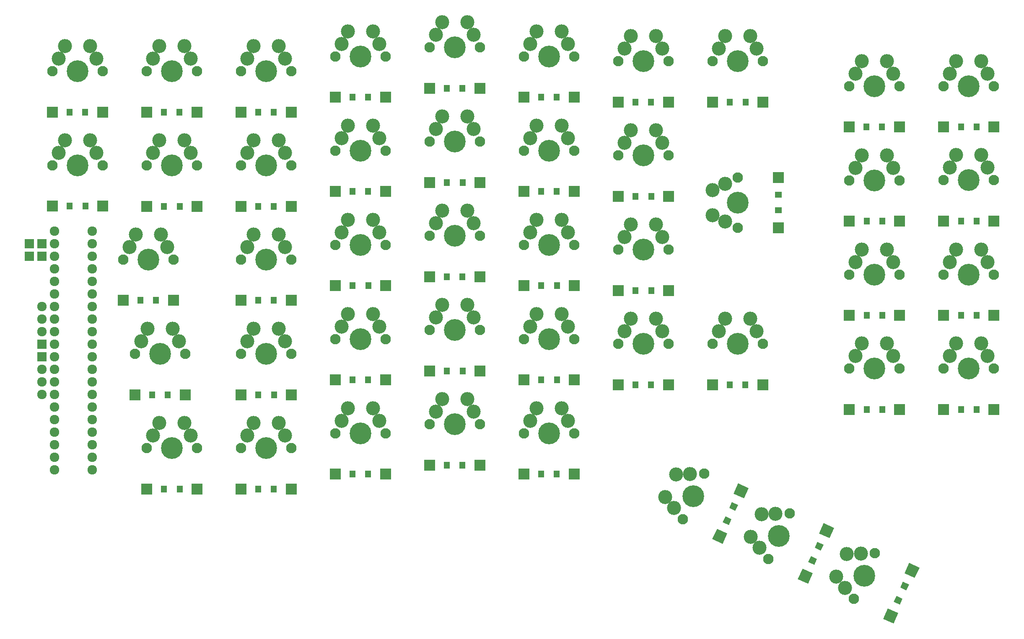
<source format=gbs>
G04 This is an RS-274x file exported by *
G04 gerbv version 2.6.0 *
G04 More information is available about gerbv at *
G04 http://gerbv.gpleda.org/ *
G04 --End of header info--*
%MOIN*%
%FSLAX34Y34*%
%IPPOS*%
G04 --Define apertures--*
%ADD10C,0.0039*%
%ADD11R,0.0512X0.0531*%
%ADD12C,0.0827*%
%ADD13R,0.0906X0.0906*%
%ADD14C,0.1117*%
%ADD15C,0.1732*%
%ADD16C,0.0757*%
%ADD17R,0.0757X0.0757*%
%ADD18R,0.0531X0.0512*%
G04 --Start main section--*
G54D11*
G01X0030667Y-040510D03*
G54D12*
G01X0028047Y-037260D03*
G54D13*
G01X0032047Y-040510D03*
G54D14*
G01X0028547Y-036260D03*
G01X0031047Y-035260D03*
G01X0029047Y-035260D03*
G01X0031547Y-036260D03*
G54D15*
G01X0030047Y-037260D03*
G54D13*
G01X0028047Y-040510D03*
G54D12*
G01X0032047Y-037260D03*
G54D11*
G01X0029427Y-040510D03*
G54D16*
G01X0016200Y-033500D03*
G01X0016200Y-034500D03*
G01X0016200Y-035500D03*
G01X0016200Y-036500D03*
G01X0016200Y-040500D03*
G01X0016200Y-039500D03*
G01X0016200Y-038500D03*
G01X0016200Y-037500D03*
G01X0016200Y-032500D03*
G01X0016200Y-031500D03*
G01X0016200Y-030500D03*
G01X0016200Y-029500D03*
G01X0016200Y-028500D03*
G01X0016200Y-027500D03*
G01X0013200Y-027500D03*
G01X0013200Y-028500D03*
G01X0013200Y-029500D03*
G01X0013200Y-030500D03*
G01X0013200Y-031500D03*
G01X0013200Y-032500D03*
G01X0013200Y-033500D03*
G01X0013200Y-034500D03*
G01X0013200Y-035500D03*
G01X0013200Y-036500D03*
G01X0013200Y-037500D03*
G01X0013200Y-038500D03*
G01X0013200Y-039500D03*
G01X0013200Y-040500D03*
G01X0012200Y-038500D03*
G54D17*
G01X0012200Y-037500D03*
G54D16*
G01X0012200Y-039500D03*
G01X0012200Y-040500D03*
G01X0012200Y-035500D03*
G54D17*
G01X0012200Y-036500D03*
G54D16*
G01X0012200Y-034500D03*
G01X0012200Y-033500D03*
G54D11*
G01X0015663Y-018010D03*
G54D12*
G01X0013043Y-014760D03*
G54D13*
G01X0017043Y-018010D03*
G54D14*
G01X0013543Y-013760D03*
G01X0016043Y-012760D03*
G01X0014043Y-012760D03*
G01X0016543Y-013760D03*
G54D15*
G01X0015043Y-014760D03*
G54D13*
G01X0013043Y-018010D03*
G54D12*
G01X0017043Y-014760D03*
G54D11*
G01X0014423Y-018010D03*
G54D10*
G36*
G01X0080958Y-056097D02*
G01X0080477Y-055872D01*
G01X0080693Y-055408D01*
G01X0081175Y-055633D01*
G01X0080958Y-056097D01*
G01X0080958Y-056097D01*
G37*
G54D12*
G01X0076773Y-056754D03*
G54D10*
G36*
G01X0081628Y-055104D02*
G01X0080807Y-054721D01*
G01X0081190Y-053900D01*
G01X0082011Y-054283D01*
G01X0081628Y-055104D01*
G01X0081628Y-055104D01*
G37*
G54D14*
G01X0076078Y-055878D03*
G01X0076228Y-053189D03*
G01X0075383Y-055002D03*
G01X0077346Y-053159D03*
G54D15*
G01X0077618Y-054941D03*
G54D10*
G36*
G01X0079937Y-058729D02*
G01X0079117Y-058346D01*
G01X0079499Y-057525D01*
G01X0080320Y-057908D01*
G01X0079937Y-058729D01*
G01X0079937Y-058729D01*
G37*
G54D12*
G01X0078463Y-053128D03*
G54D10*
G36*
G01X0080434Y-057221D02*
G01X0079953Y-056996D01*
G01X0080169Y-056532D01*
G01X0080651Y-056757D01*
G01X0080434Y-057221D01*
G01X0080434Y-057221D01*
G37*
G54D11*
G01X0086543Y-041689D03*
G54D12*
G01X0083923Y-038439D03*
G54D13*
G01X0087923Y-041689D03*
G54D14*
G01X0084423Y-037439D03*
G01X0086923Y-036439D03*
G01X0084923Y-036439D03*
G01X0087423Y-037439D03*
G54D15*
G01X0085923Y-038439D03*
G54D13*
G01X0083923Y-041689D03*
G54D12*
G01X0087923Y-038439D03*
G54D11*
G01X0085303Y-041689D03*
G01X0086545Y-034195D03*
G54D12*
G01X0083925Y-030945D03*
G54D13*
G01X0087925Y-034195D03*
G54D14*
G01X0084425Y-029945D03*
G01X0086925Y-028945D03*
G01X0084925Y-028945D03*
G01X0087425Y-029945D03*
G54D15*
G01X0085925Y-030945D03*
G54D13*
G01X0083925Y-034195D03*
G54D12*
G01X0087925Y-030945D03*
G54D11*
G01X0085305Y-034195D03*
G01X0086543Y-026689D03*
G54D12*
G01X0083923Y-023439D03*
G54D13*
G01X0087923Y-026689D03*
G54D14*
G01X0084423Y-022439D03*
G01X0086923Y-021439D03*
G01X0084923Y-021439D03*
G01X0087423Y-022439D03*
G54D15*
G01X0085923Y-023439D03*
G54D13*
G01X0083923Y-026689D03*
G54D12*
G01X0087923Y-023439D03*
G54D11*
G01X0085303Y-026689D03*
G01X0086545Y-019195D03*
G54D12*
G01X0083925Y-015945D03*
G54D13*
G01X0087925Y-019195D03*
G54D14*
G01X0084425Y-014945D03*
G01X0086925Y-013945D03*
G01X0084925Y-013945D03*
G01X0087425Y-014945D03*
G54D15*
G01X0085925Y-015945D03*
G54D13*
G01X0083925Y-019195D03*
G54D12*
G01X0087925Y-015945D03*
G54D11*
G01X0085305Y-019195D03*
G54D10*
G36*
G01X0074163Y-052927D02*
G01X0073681Y-052703D01*
G01X0073898Y-052239D01*
G01X0074379Y-052464D01*
G01X0074163Y-052927D01*
G01X0074163Y-052927D01*
G37*
G54D12*
G01X0069978Y-053584D03*
G54D10*
G36*
G01X0074833Y-051934D02*
G01X0074012Y-051552D01*
G01X0074395Y-050731D01*
G01X0075215Y-051114D01*
G01X0074833Y-051934D01*
G01X0074833Y-051934D01*
G37*
G54D14*
G01X0069283Y-052708D03*
G01X0069433Y-050020D03*
G01X0068588Y-051833D03*
G01X0070550Y-049990D03*
G54D15*
G01X0070823Y-051772D03*
G54D10*
G36*
G01X0073142Y-055559D02*
G01X0072321Y-055177D01*
G01X0072704Y-054356D01*
G01X0073525Y-054739D01*
G01X0073142Y-055559D01*
G01X0073142Y-055559D01*
G37*
G54D12*
G01X0071668Y-049959D03*
G54D10*
G36*
G01X0073639Y-054051D02*
G01X0073157Y-053827D01*
G01X0073374Y-053363D01*
G01X0073855Y-053588D01*
G01X0073639Y-054051D01*
G01X0073639Y-054051D01*
G37*
G54D11*
G01X0079046Y-041692D03*
G54D12*
G01X0076426Y-038442D03*
G54D13*
G01X0080426Y-041692D03*
G54D14*
G01X0076926Y-037442D03*
G01X0079426Y-036442D03*
G01X0077426Y-036442D03*
G01X0079926Y-037442D03*
G54D15*
G01X0078426Y-038442D03*
G54D13*
G01X0076426Y-041692D03*
G54D12*
G01X0080426Y-038442D03*
G54D11*
G01X0077806Y-041692D03*
G01X0079045Y-034195D03*
G54D12*
G01X0076425Y-030945D03*
G54D13*
G01X0080425Y-034195D03*
G54D14*
G01X0076925Y-029945D03*
G01X0079425Y-028945D03*
G01X0077425Y-028945D03*
G01X0079925Y-029945D03*
G54D15*
G01X0078425Y-030945D03*
G54D13*
G01X0076425Y-034195D03*
G54D12*
G01X0080425Y-030945D03*
G54D11*
G01X0077805Y-034195D03*
G01X0079045Y-026695D03*
G54D12*
G01X0076425Y-023445D03*
G54D13*
G01X0080425Y-026695D03*
G54D14*
G01X0076925Y-022445D03*
G01X0079425Y-021445D03*
G01X0077425Y-021445D03*
G01X0079925Y-022445D03*
G54D15*
G01X0078425Y-023445D03*
G54D13*
G01X0076425Y-026695D03*
G54D12*
G01X0080425Y-023445D03*
G54D11*
G01X0077805Y-026695D03*
G01X0079026Y-019195D03*
G54D12*
G01X0076406Y-015945D03*
G54D13*
G01X0080406Y-019195D03*
G54D14*
G01X0076906Y-014945D03*
G01X0079406Y-013945D03*
G01X0077406Y-013945D03*
G01X0079906Y-014945D03*
G54D15*
G01X0078406Y-015945D03*
G54D13*
G01X0076406Y-019195D03*
G54D12*
G01X0080406Y-015945D03*
G54D11*
G01X0077785Y-019195D03*
G01X0068163Y-039722D03*
G54D12*
G01X0065543Y-036472D03*
G54D13*
G01X0069543Y-039722D03*
G54D14*
G01X0066043Y-035472D03*
G01X0068543Y-034472D03*
G01X0066543Y-034472D03*
G01X0069043Y-035472D03*
G54D15*
G01X0067543Y-036472D03*
G54D13*
G01X0065543Y-039722D03*
G54D12*
G01X0069543Y-036472D03*
G54D11*
G01X0066923Y-039722D03*
G54D18*
G01X0070795Y-024601D03*
G54D12*
G01X0067545Y-027221D03*
G54D13*
G01X0070795Y-023221D03*
G54D14*
G01X0066545Y-026721D03*
G01X0065545Y-024221D03*
G01X0065545Y-026221D03*
G01X0066545Y-023721D03*
G54D15*
G01X0067545Y-025221D03*
G54D13*
G01X0070795Y-027221D03*
G54D12*
G01X0067545Y-023221D03*
G54D18*
G01X0070795Y-025841D03*
G54D11*
G01X0068167Y-017222D03*
G54D12*
G01X0065547Y-013972D03*
G54D13*
G01X0069547Y-017222D03*
G54D14*
G01X0066047Y-012972D03*
G01X0068547Y-011972D03*
G01X0066547Y-011972D03*
G01X0069047Y-012972D03*
G54D15*
G01X0067547Y-013972D03*
G54D13*
G01X0065547Y-017222D03*
G54D12*
G01X0069547Y-013972D03*
G54D11*
G01X0066927Y-017222D03*
G01X0060663Y-039722D03*
G54D12*
G01X0058043Y-036472D03*
G54D13*
G01X0062043Y-039722D03*
G54D14*
G01X0058543Y-035472D03*
G01X0061043Y-034472D03*
G01X0059043Y-034472D03*
G01X0061543Y-035472D03*
G54D15*
G01X0060043Y-036472D03*
G54D13*
G01X0058043Y-039722D03*
G54D12*
G01X0062043Y-036472D03*
G54D11*
G01X0059423Y-039722D03*
G01X0060666Y-032222D03*
G54D12*
G01X0058046Y-028972D03*
G54D13*
G01X0062046Y-032222D03*
G54D14*
G01X0058546Y-027972D03*
G01X0061046Y-026972D03*
G01X0059046Y-026972D03*
G01X0061546Y-027972D03*
G54D15*
G01X0060046Y-028972D03*
G54D13*
G01X0058046Y-032222D03*
G54D12*
G01X0062046Y-028972D03*
G54D11*
G01X0059426Y-032222D03*
G01X0060668Y-024721D03*
G54D12*
G01X0058048Y-021471D03*
G54D13*
G01X0062048Y-024721D03*
G54D14*
G01X0058548Y-020471D03*
G01X0061048Y-019471D03*
G01X0059048Y-019471D03*
G01X0061548Y-020471D03*
G54D15*
G01X0060048Y-021471D03*
G54D13*
G01X0058048Y-024721D03*
G54D12*
G01X0062048Y-021471D03*
G54D11*
G01X0059428Y-024721D03*
G01X0060659Y-017226D03*
G54D12*
G01X0058039Y-013976D03*
G54D13*
G01X0062039Y-017226D03*
G54D14*
G01X0058539Y-012976D03*
G01X0061039Y-011976D03*
G01X0059039Y-011976D03*
G01X0061539Y-012976D03*
G54D15*
G01X0060039Y-013976D03*
G54D13*
G01X0058039Y-017226D03*
G54D12*
G01X0062039Y-013976D03*
G54D11*
G01X0059419Y-017226D03*
G01X0053163Y-046829D03*
G54D12*
G01X0050543Y-043579D03*
G54D13*
G01X0054543Y-046829D03*
G54D14*
G01X0051043Y-042579D03*
G01X0053543Y-041579D03*
G01X0051543Y-041579D03*
G01X0054043Y-042579D03*
G54D15*
G01X0052543Y-043579D03*
G54D13*
G01X0050543Y-046829D03*
G54D12*
G01X0054543Y-043579D03*
G54D11*
G01X0051923Y-046829D03*
G01X0053167Y-039329D03*
G54D12*
G01X0050547Y-036079D03*
G54D13*
G01X0054547Y-039329D03*
G54D14*
G01X0051047Y-035079D03*
G01X0053547Y-034079D03*
G01X0051547Y-034079D03*
G01X0054047Y-035079D03*
G54D15*
G01X0052547Y-036079D03*
G54D13*
G01X0050547Y-039329D03*
G54D12*
G01X0054547Y-036079D03*
G54D11*
G01X0051927Y-039329D03*
G01X0053167Y-031830D03*
G54D12*
G01X0050547Y-028580D03*
G54D13*
G01X0054547Y-031830D03*
G54D14*
G01X0051047Y-027580D03*
G01X0053547Y-026580D03*
G01X0051547Y-026580D03*
G01X0054047Y-027580D03*
G54D15*
G01X0052547Y-028580D03*
G54D13*
G01X0050547Y-031830D03*
G54D12*
G01X0054547Y-028580D03*
G54D11*
G01X0051927Y-031830D03*
G01X0053163Y-024329D03*
G54D12*
G01X0050543Y-021079D03*
G54D13*
G01X0054543Y-024329D03*
G54D14*
G01X0051043Y-020079D03*
G01X0053543Y-019079D03*
G01X0051543Y-019079D03*
G01X0054043Y-020079D03*
G54D15*
G01X0052543Y-021079D03*
G54D13*
G01X0050543Y-024329D03*
G54D12*
G01X0054543Y-021079D03*
G54D11*
G01X0051923Y-024329D03*
G01X0053163Y-016829D03*
G54D12*
G01X0050543Y-013579D03*
G54D13*
G01X0054543Y-016829D03*
G54D14*
G01X0051043Y-012579D03*
G01X0053543Y-011579D03*
G01X0051543Y-011579D03*
G01X0054043Y-012579D03*
G54D15*
G01X0052543Y-013579D03*
G54D13*
G01X0050543Y-016829D03*
G54D12*
G01X0054543Y-013579D03*
G54D11*
G01X0051923Y-016829D03*
G01X0045663Y-046120D03*
G54D12*
G01X0043043Y-042870D03*
G54D13*
G01X0047043Y-046120D03*
G54D14*
G01X0043543Y-041870D03*
G01X0046043Y-040870D03*
G01X0044043Y-040870D03*
G01X0046543Y-041870D03*
G54D15*
G01X0045043Y-042870D03*
G54D13*
G01X0043043Y-046120D03*
G54D12*
G01X0047043Y-042870D03*
G54D11*
G01X0044423Y-046120D03*
G01X0045667Y-038620D03*
G54D12*
G01X0043047Y-035370D03*
G54D13*
G01X0047047Y-038620D03*
G54D14*
G01X0043547Y-034370D03*
G01X0046047Y-033370D03*
G01X0044047Y-033370D03*
G01X0046547Y-034370D03*
G54D15*
G01X0045047Y-035370D03*
G54D13*
G01X0043047Y-038620D03*
G54D12*
G01X0047047Y-035370D03*
G54D11*
G01X0044427Y-038620D03*
G01X0045663Y-031120D03*
G54D12*
G01X0043043Y-027870D03*
G54D13*
G01X0047043Y-031120D03*
G54D14*
G01X0043543Y-026870D03*
G01X0046043Y-025870D03*
G01X0044043Y-025870D03*
G01X0046543Y-026870D03*
G54D15*
G01X0045043Y-027870D03*
G54D13*
G01X0043043Y-031120D03*
G54D12*
G01X0047043Y-027870D03*
G54D11*
G01X0044423Y-031120D03*
G01X0045667Y-023620D03*
G54D12*
G01X0043047Y-020370D03*
G54D13*
G01X0047047Y-023620D03*
G54D14*
G01X0043547Y-019370D03*
G01X0046047Y-018370D03*
G01X0044047Y-018370D03*
G01X0046547Y-019370D03*
G54D15*
G01X0045047Y-020370D03*
G54D13*
G01X0043047Y-023620D03*
G54D12*
G01X0047047Y-020370D03*
G54D11*
G01X0044427Y-023620D03*
G01X0045663Y-016120D03*
G54D12*
G01X0043043Y-012870D03*
G54D13*
G01X0047043Y-016120D03*
G54D14*
G01X0043543Y-011870D03*
G01X0046043Y-010870D03*
G01X0044043Y-010870D03*
G01X0046543Y-011870D03*
G54D15*
G01X0045043Y-012870D03*
G54D13*
G01X0043043Y-016120D03*
G54D12*
G01X0047043Y-012870D03*
G54D11*
G01X0044423Y-016120D03*
G01X0038163Y-046829D03*
G54D12*
G01X0035543Y-043579D03*
G54D13*
G01X0039543Y-046829D03*
G54D14*
G01X0036043Y-042579D03*
G01X0038543Y-041579D03*
G01X0036543Y-041579D03*
G01X0039043Y-042579D03*
G54D15*
G01X0037543Y-043579D03*
G54D13*
G01X0035543Y-046829D03*
G54D12*
G01X0039543Y-043579D03*
G54D11*
G01X0036923Y-046829D03*
G01X0038163Y-039329D03*
G54D12*
G01X0035543Y-036079D03*
G54D13*
G01X0039543Y-039329D03*
G54D14*
G01X0036043Y-035079D03*
G01X0038543Y-034079D03*
G01X0036543Y-034079D03*
G01X0039043Y-035079D03*
G54D15*
G01X0037543Y-036079D03*
G54D13*
G01X0035543Y-039329D03*
G54D12*
G01X0039543Y-036079D03*
G54D11*
G01X0036923Y-039329D03*
G01X0038167Y-031829D03*
G54D12*
G01X0035547Y-028579D03*
G54D13*
G01X0039547Y-031829D03*
G54D14*
G01X0036047Y-027579D03*
G01X0038547Y-026579D03*
G01X0036547Y-026579D03*
G01X0039047Y-027579D03*
G54D15*
G01X0037547Y-028579D03*
G54D13*
G01X0035547Y-031829D03*
G54D12*
G01X0039547Y-028579D03*
G54D11*
G01X0036927Y-031829D03*
G01X0038163Y-024329D03*
G54D12*
G01X0035543Y-021079D03*
G54D13*
G01X0039543Y-024329D03*
G54D14*
G01X0036043Y-020079D03*
G01X0038543Y-019079D03*
G01X0036543Y-019079D03*
G01X0039043Y-020079D03*
G54D15*
G01X0037543Y-021079D03*
G54D13*
G01X0035543Y-024329D03*
G54D12*
G01X0039543Y-021079D03*
G54D11*
G01X0036923Y-024329D03*
G01X0038163Y-016829D03*
G54D12*
G01X0035543Y-013579D03*
G54D13*
G01X0039543Y-016829D03*
G54D14*
G01X0036043Y-012579D03*
G01X0038543Y-011579D03*
G01X0036543Y-011579D03*
G01X0039043Y-012579D03*
G54D15*
G01X0037543Y-013579D03*
G54D13*
G01X0035543Y-016829D03*
G54D12*
G01X0039543Y-013579D03*
G54D11*
G01X0036923Y-016829D03*
G01X0030663Y-048010D03*
G54D12*
G01X0028043Y-044760D03*
G54D13*
G01X0032043Y-048010D03*
G54D14*
G01X0028543Y-043760D03*
G01X0031043Y-042760D03*
G01X0029043Y-042760D03*
G01X0031543Y-043760D03*
G54D15*
G01X0030043Y-044760D03*
G54D13*
G01X0028043Y-048010D03*
G54D12*
G01X0032043Y-044760D03*
G54D11*
G01X0029423Y-048010D03*
G01X0030663Y-033006D03*
G54D12*
G01X0028043Y-029756D03*
G54D13*
G01X0032043Y-033006D03*
G54D14*
G01X0028543Y-028756D03*
G01X0031043Y-027756D03*
G01X0029043Y-027756D03*
G01X0031543Y-028756D03*
G54D15*
G01X0030043Y-029756D03*
G54D13*
G01X0028043Y-033006D03*
G54D12*
G01X0032043Y-029756D03*
G54D11*
G01X0029423Y-033006D03*
G01X0030663Y-025510D03*
G54D12*
G01X0028043Y-022260D03*
G54D13*
G01X0032043Y-025510D03*
G54D14*
G01X0028543Y-021260D03*
G01X0031043Y-020260D03*
G01X0029043Y-020260D03*
G01X0031543Y-021260D03*
G54D15*
G01X0030043Y-022260D03*
G54D13*
G01X0028043Y-025510D03*
G54D12*
G01X0032043Y-022260D03*
G54D11*
G01X0029423Y-025510D03*
G01X0030663Y-018010D03*
G54D12*
G01X0028043Y-014760D03*
G54D13*
G01X0032043Y-018010D03*
G54D14*
G01X0028543Y-013760D03*
G01X0031043Y-012760D03*
G01X0029043Y-012760D03*
G01X0031543Y-013760D03*
G54D15*
G01X0030043Y-014760D03*
G54D13*
G01X0028043Y-018010D03*
G54D12*
G01X0032043Y-014760D03*
G54D11*
G01X0029423Y-018010D03*
G01X0023171Y-048010D03*
G54D12*
G01X0020551Y-044760D03*
G54D13*
G01X0024551Y-048010D03*
G54D14*
G01X0021051Y-043760D03*
G01X0023551Y-042760D03*
G01X0021551Y-042760D03*
G01X0024051Y-043760D03*
G54D15*
G01X0022551Y-044760D03*
G54D13*
G01X0020551Y-048010D03*
G54D12*
G01X0024551Y-044760D03*
G54D11*
G01X0021931Y-048010D03*
G01X0022226Y-040510D03*
G54D12*
G01X0019606Y-037260D03*
G54D13*
G01X0023606Y-040510D03*
G54D14*
G01X0020106Y-036260D03*
G01X0022606Y-035260D03*
G01X0020606Y-035260D03*
G01X0023106Y-036260D03*
G54D15*
G01X0021606Y-037260D03*
G54D13*
G01X0019606Y-040510D03*
G54D12*
G01X0023606Y-037260D03*
G54D11*
G01X0020986Y-040510D03*
G01X0021293Y-033006D03*
G54D12*
G01X0018673Y-029756D03*
G54D13*
G01X0022673Y-033006D03*
G54D14*
G01X0019173Y-028756D03*
G01X0021673Y-027756D03*
G01X0019673Y-027756D03*
G01X0022173Y-028756D03*
G54D15*
G01X0020673Y-029756D03*
G54D13*
G01X0018673Y-033006D03*
G54D12*
G01X0022673Y-029756D03*
G54D11*
G01X0020053Y-033006D03*
G01X0023167Y-025510D03*
G54D12*
G01X0020547Y-022260D03*
G54D13*
G01X0024547Y-025510D03*
G54D14*
G01X0021047Y-021260D03*
G01X0023547Y-020260D03*
G01X0021547Y-020260D03*
G01X0024047Y-021260D03*
G54D15*
G01X0022547Y-022260D03*
G54D13*
G01X0020547Y-025510D03*
G54D12*
G01X0024547Y-022260D03*
G54D11*
G01X0021927Y-025510D03*
G01X0023163Y-018010D03*
G54D12*
G01X0020543Y-014760D03*
G54D13*
G01X0024543Y-018010D03*
G54D14*
G01X0021043Y-013760D03*
G01X0023543Y-012760D03*
G01X0021543Y-012760D03*
G01X0024043Y-013760D03*
G54D15*
G01X0022543Y-014760D03*
G54D13*
G01X0020543Y-018010D03*
G54D12*
G01X0024543Y-014760D03*
G54D11*
G01X0021923Y-018010D03*
G01X0015667Y-025506D03*
G54D12*
G01X0013047Y-022256D03*
G54D13*
G01X0017047Y-025506D03*
G54D14*
G01X0013547Y-021256D03*
G01X0016047Y-020256D03*
G01X0014047Y-020256D03*
G01X0016547Y-021256D03*
G54D15*
G01X0015047Y-022256D03*
G54D13*
G01X0013047Y-025506D03*
G54D12*
G01X0017047Y-022256D03*
G54D11*
G01X0014427Y-025506D03*
G54D16*
G01X0016200Y-040500D03*
G01X0016200Y-039500D03*
G01X0016200Y-038500D03*
G01X0016200Y-037500D03*
G01X0016200Y-033500D03*
G01X0016200Y-034500D03*
G01X0016200Y-035500D03*
G01X0016200Y-036500D03*
G01X0016200Y-041500D03*
G01X0016200Y-042500D03*
G01X0016200Y-043500D03*
G01X0016200Y-044500D03*
G01X0016200Y-045500D03*
G01X0016200Y-046500D03*
G01X0013200Y-046500D03*
G01X0013200Y-045500D03*
G01X0013200Y-044500D03*
G01X0013200Y-043500D03*
G01X0013200Y-042500D03*
G01X0013200Y-041500D03*
G01X0013200Y-040500D03*
G01X0013200Y-039500D03*
G01X0013200Y-038500D03*
G01X0013200Y-037500D03*
G01X0013200Y-036500D03*
G01X0013200Y-035500D03*
G01X0013200Y-034500D03*
G01X0013200Y-033500D03*
G54D10*
G36*
G01X0067364Y-049758D02*
G01X0066882Y-049534D01*
G01X0067098Y-049070D01*
G01X0067580Y-049294D01*
G01X0067364Y-049758D01*
G01X0067364Y-049758D01*
G37*
G54D12*
G01X0063178Y-050415D03*
G54D10*
G36*
G01X0068033Y-048765D02*
G01X0067213Y-048382D01*
G01X0067595Y-047562D01*
G01X0068416Y-047944D01*
G01X0068033Y-048765D01*
G01X0068033Y-048765D01*
G37*
G54D14*
G01X0062483Y-049539D03*
G01X0062634Y-046851D03*
G01X0061788Y-048663D03*
G01X0063751Y-046820D03*
G54D15*
G01X0064024Y-048602D03*
G54D10*
G36*
G01X0066343Y-052390D02*
G01X0065522Y-052007D01*
G01X0065905Y-051187D01*
G01X0066726Y-051569D01*
G01X0066343Y-052390D01*
G01X0066343Y-052390D01*
G37*
G54D12*
G01X0064869Y-046790D03*
G54D10*
G36*
G01X0066840Y-050882D02*
G01X0066358Y-050657D01*
G01X0066574Y-050194D01*
G01X0067056Y-050418D01*
G01X0066840Y-050882D01*
G01X0066840Y-050882D01*
G37*
G54D17*
G01X0012200Y-028500D03*
G01X0012200Y-029500D03*
G01X0011200Y-029500D03*
G01X0011200Y-028500D03*
M02*

</source>
